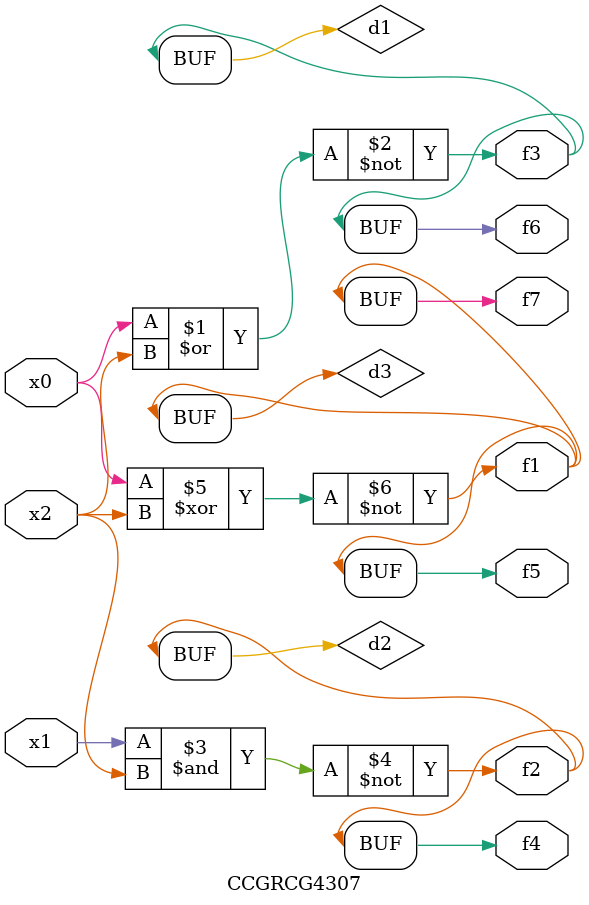
<source format=v>
module CCGRCG4307(
	input x0, x1, x2,
	output f1, f2, f3, f4, f5, f6, f7
);

	wire d1, d2, d3;

	nor (d1, x0, x2);
	nand (d2, x1, x2);
	xnor (d3, x0, x2);
	assign f1 = d3;
	assign f2 = d2;
	assign f3 = d1;
	assign f4 = d2;
	assign f5 = d3;
	assign f6 = d1;
	assign f7 = d3;
endmodule

</source>
